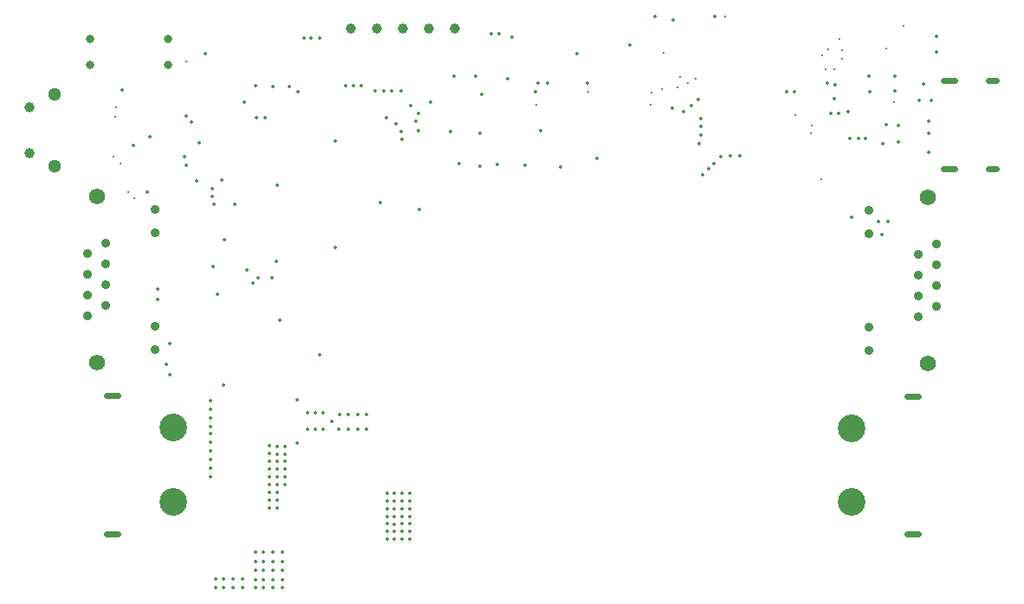
<source format=gbr>
%TF.GenerationSoftware,KiCad,Pcbnew,8.0.7-8.0.7-0~ubuntu22.04.1*%
%TF.CreationDate,2024-12-29T23:45:11+00:00*%
%TF.ProjectId,mini_module_template,6d696e69-5f6d-46f6-9475-6c655f74656d,rev?*%
%TF.SameCoordinates,Original*%
%TF.FileFunction,Plated,1,4,PTH,Mixed*%
%TF.FilePolarity,Positive*%
%FSLAX46Y46*%
G04 Gerber Fmt 4.6, Leading zero omitted, Abs format (unit mm)*
G04 Created by KiCad (PCBNEW 8.0.7-8.0.7-0~ubuntu22.04.1) date 2024-12-29 23:45:11*
%MOMM*%
%LPD*%
G01*
G04 APERTURE LIST*
%TA.AperFunction,ViaDrill*%
%ADD10C,0.300000*%
%TD*%
%TA.AperFunction,ViaDrill*%
%ADD11C,0.350000*%
%TD*%
G04 aperture for slot hole*
%TA.AperFunction,ComponentDrill*%
%ADD12C,0.600000*%
%TD*%
%TA.AperFunction,ComponentDrill*%
%ADD13C,0.800000*%
%TD*%
%TA.AperFunction,ComponentDrill*%
%ADD14C,0.890000*%
%TD*%
%TA.AperFunction,ComponentDrill*%
%ADD15C,0.990000*%
%TD*%
%TA.AperFunction,ComponentDrill*%
%ADD16C,1.000000*%
%TD*%
%TA.AperFunction,ComponentDrill*%
%ADD17C,1.300000*%
%TD*%
%TA.AperFunction,ComponentDrill*%
%ADD18C,1.570000*%
%TD*%
%TA.AperFunction,ComponentDrill*%
%ADD19C,2.700000*%
%TD*%
G04 APERTURE END LIST*
D10*
X91010000Y-74550000D03*
X91217377Y-70589602D03*
X91257628Y-69712839D03*
X91720000Y-75200000D03*
X92430006Y-77958965D03*
X93066404Y-78595363D03*
X98100000Y-65200000D03*
X132300000Y-69410000D03*
X137400000Y-68200000D03*
X143507705Y-69425872D03*
X143614400Y-68268400D03*
X144579600Y-67912800D03*
X144770000Y-64375000D03*
X146100000Y-67700000D03*
X146370000Y-66720000D03*
X147193541Y-67303432D03*
X147900000Y-66928038D03*
X150800000Y-60800000D03*
X157689998Y-70439998D03*
X159192074Y-72225542D03*
X159243114Y-71427170D03*
X160200000Y-76700000D03*
X160269479Y-64620521D03*
X160655228Y-65964132D03*
X160870521Y-64019479D03*
X161454013Y-65920000D03*
X162000000Y-63000000D03*
X162258333Y-64065000D03*
X162258333Y-64915000D03*
X166550000Y-63900000D03*
X167300000Y-69200000D03*
X168250000Y-61700000D03*
D11*
X91870000Y-68030000D03*
X93000190Y-73404543D03*
X94350000Y-77950000D03*
X94610000Y-72550000D03*
X95345000Y-87480000D03*
X95345000Y-88445000D03*
X96200000Y-94800000D03*
X96500000Y-92840000D03*
X96500000Y-95820000D03*
X98000000Y-74505000D03*
X98140000Y-75390000D03*
X98150000Y-70540000D03*
X98640000Y-71110000D03*
X99130000Y-76850000D03*
X99400000Y-73130000D03*
X99970000Y-64420000D03*
X100520000Y-100120000D03*
X100530000Y-98380000D03*
X100530000Y-99240000D03*
X100530000Y-100910000D03*
X100530000Y-101640000D03*
X100530000Y-102460000D03*
X100530000Y-103310000D03*
X100530000Y-104180000D03*
X100530000Y-104970000D03*
X100530000Y-105810000D03*
X100700000Y-77649997D03*
X100700000Y-78400000D03*
X100800000Y-85300000D03*
X100841441Y-79178023D03*
X101000000Y-115800000D03*
X101000000Y-116700000D03*
X101200000Y-88000000D03*
X101620000Y-76780000D03*
X101800000Y-115800000D03*
X101800000Y-116700000D03*
X101809998Y-96900001D03*
X101854949Y-82657716D03*
X102700000Y-115800000D03*
X102700000Y-116700000D03*
X102900000Y-79170000D03*
X103600000Y-115800000D03*
X103600000Y-116700000D03*
X103800000Y-69200000D03*
X104100000Y-85600000D03*
X104615077Y-86905026D03*
X104880000Y-67569999D03*
X104900000Y-113200000D03*
X104900000Y-114100000D03*
X104900000Y-115000000D03*
X104900000Y-115900000D03*
X104900000Y-116700000D03*
X105000000Y-70722499D03*
X105180763Y-86339340D03*
X105700000Y-113200000D03*
X105700000Y-114100000D03*
X105700000Y-115000000D03*
X105700000Y-115900000D03*
X105700000Y-116700000D03*
X105800000Y-70700000D03*
X106249999Y-108850002D03*
X106259999Y-102821367D03*
X106259999Y-104350001D03*
X106259999Y-105100001D03*
X106259999Y-105852962D03*
X106259999Y-106601186D03*
X106259999Y-108100002D03*
X106260000Y-103573891D03*
X106260000Y-107350001D03*
X106500000Y-86400000D03*
X106590000Y-67609999D03*
X106600000Y-113200000D03*
X106600000Y-114100000D03*
X106600000Y-115000000D03*
X106600000Y-115900000D03*
X106600000Y-116700000D03*
X106924321Y-84796000D03*
X107009999Y-102850001D03*
X107009999Y-103600001D03*
X107009999Y-104350001D03*
X107009999Y-105100001D03*
X107009999Y-105850001D03*
X107010000Y-77320000D03*
X107010000Y-106600001D03*
X107010000Y-107350001D03*
X107010000Y-108100001D03*
X107049999Y-108850001D03*
X107300000Y-90500000D03*
X107500000Y-113200000D03*
X107500000Y-114100000D03*
X107500000Y-115000000D03*
X107500000Y-115900000D03*
X107500000Y-116700000D03*
X107759999Y-102850001D03*
X107759999Y-103600001D03*
X107759999Y-104350001D03*
X107759999Y-105100001D03*
X107759999Y-105850001D03*
X107759999Y-106600001D03*
X108200000Y-67624997D03*
X108999999Y-98305001D03*
X109000000Y-102560001D03*
X109085000Y-68185000D03*
X109670000Y-62894997D03*
X110009999Y-99600000D03*
X110009999Y-101200001D03*
X110360000Y-62894997D03*
X110709999Y-99600001D03*
X110709999Y-101200001D03*
X111200000Y-62894997D03*
X111209999Y-93900001D03*
X111509999Y-99600001D03*
X111509999Y-101200001D03*
X112344999Y-100438001D03*
X112670000Y-83440000D03*
X112690000Y-73000000D03*
X113009999Y-101200001D03*
X113084558Y-99700002D03*
X113700000Y-67600000D03*
X114009999Y-99700001D03*
X114009999Y-101200001D03*
X114500000Y-67600000D03*
X114909999Y-99700001D03*
X114909999Y-101200001D03*
X115200000Y-67600000D03*
X115709999Y-101200001D03*
X115710000Y-99700001D03*
X116600000Y-68110000D03*
X117110000Y-78960000D03*
X117400000Y-68110000D03*
X117701472Y-70701472D03*
X117750000Y-107450000D03*
X117750000Y-108200000D03*
X117750000Y-108950000D03*
X117750000Y-109700000D03*
X117750000Y-110450000D03*
X117750000Y-111154002D03*
X117750000Y-111950000D03*
X118200000Y-68110000D03*
X118450000Y-107460001D03*
X118450000Y-108210001D03*
X118450000Y-108960001D03*
X118450000Y-109710000D03*
X118450000Y-110460000D03*
X118450000Y-111164003D03*
X118450000Y-111960000D03*
X118600000Y-71326472D03*
X119093636Y-72055578D03*
X119100000Y-68110000D03*
X119200000Y-72798000D03*
X119200001Y-111200000D03*
X119250000Y-110450000D03*
X119250000Y-111950000D03*
X119250001Y-107450000D03*
X119250001Y-108200000D03*
X119250001Y-108950000D03*
X119250001Y-109700000D03*
X120000000Y-107450000D03*
X120000000Y-108200000D03*
X120000000Y-108950000D03*
X120000000Y-109700000D03*
X120000000Y-110450000D03*
X120000000Y-111200000D03*
X120000000Y-111950000D03*
X120100000Y-69500000D03*
X120593958Y-71021146D03*
X120800000Y-70300000D03*
X120800000Y-72000000D03*
X120900000Y-79660000D03*
X121998000Y-69200000D03*
X123947000Y-72093000D03*
X124300000Y-66598000D03*
X124804652Y-75195348D03*
X126400000Y-66598000D03*
X126798001Y-72253356D03*
X126800000Y-75400000D03*
X127000000Y-68400000D03*
X127980000Y-62520000D03*
X128500000Y-75300000D03*
X128740000Y-62520000D03*
X129560000Y-66900000D03*
X129970000Y-62860000D03*
X131200000Y-75320000D03*
X132230000Y-68180000D03*
X132520000Y-67280000D03*
X132800000Y-71975000D03*
X133440000Y-67280000D03*
X134750000Y-75500000D03*
X136300000Y-64400000D03*
X137370000Y-67310000D03*
X138262500Y-74687500D03*
X141480000Y-63625000D03*
X143900000Y-60775000D03*
X145600000Y-69800000D03*
X145740000Y-61170000D03*
X146700000Y-70100000D03*
X147526711Y-69550000D03*
X148200000Y-68925000D03*
X148300000Y-73200000D03*
X148400000Y-70825000D03*
X148400000Y-71575000D03*
X148400000Y-72425000D03*
X148575000Y-76285000D03*
X149160000Y-75710000D03*
X149690000Y-75170000D03*
X149770000Y-60825000D03*
X150370000Y-74520000D03*
X151270000Y-74400000D03*
X152260000Y-74400000D03*
X156770000Y-68119999D03*
X157570000Y-68119999D03*
X160776587Y-67326587D03*
X161149997Y-70300000D03*
X161470000Y-68806826D03*
X161511768Y-67474942D03*
X161900000Y-70300000D03*
X162800000Y-70100000D03*
X162950000Y-72700000D03*
X163200000Y-80400000D03*
X163800000Y-72700000D03*
X164550000Y-72700000D03*
X164820000Y-66610000D03*
X164920000Y-68180000D03*
X165800000Y-80850000D03*
X166100000Y-82110000D03*
X166200000Y-73200000D03*
X166517500Y-71400000D03*
X166700000Y-80850000D03*
X167420000Y-66640000D03*
X167430000Y-68070000D03*
X167700000Y-73100000D03*
X167755000Y-71470000D03*
X169735000Y-68998000D03*
X170200000Y-67400000D03*
X170700000Y-74100000D03*
X170735000Y-71048000D03*
X170735000Y-72252000D03*
X170955000Y-69048000D03*
X171430000Y-62770000D03*
X171430000Y-64290000D03*
D12*
%TO.C,J6*%
X91450000Y-97900000D02*
X90350000Y-97900000D01*
X91450000Y-111400000D02*
X90350000Y-111400000D01*
%TO.C,J2*%
X168600000Y-97950000D02*
X169700000Y-97950000D01*
X168600000Y-111450000D02*
X169700000Y-111450000D01*
%TO.C,J4*%
X173260000Y-67080000D02*
X172160000Y-67080000D01*
X173260000Y-75720000D02*
X172160000Y-75720000D01*
X177310000Y-67080000D02*
X176510000Y-67080000D01*
X177310000Y-75720000D02*
X176510000Y-75720000D01*
D13*
%TO.C,SW5*%
X88770000Y-63010000D03*
X88770000Y-65550000D03*
X96390000Y-63010000D03*
X96390000Y-65550000D03*
D14*
%TO.C,J8*%
X88519999Y-84020000D03*
X88519999Y-86052000D03*
X88519999Y-88084000D03*
X88519999Y-90116000D03*
X90299999Y-83004001D03*
X90300000Y-85036000D03*
X90300000Y-87068000D03*
X90300000Y-89100000D03*
X95119999Y-79696000D03*
X95119999Y-81986000D03*
X95119999Y-91126000D03*
X95119999Y-93416000D03*
%TO.C,J7*%
X164860000Y-79750000D03*
X164860000Y-82040000D03*
X164860000Y-91180000D03*
X164860000Y-93470000D03*
X169679999Y-84066000D03*
X169679999Y-86098000D03*
X169679999Y-88130000D03*
X169680000Y-90161999D03*
X171460000Y-83050000D03*
X171460000Y-85082000D03*
X171460000Y-87114000D03*
X171460000Y-89146000D03*
D15*
%TO.C,SW2*%
X82810000Y-69650000D03*
X82810000Y-74150000D03*
D16*
%TO.C,J1*%
X114219999Y-62000000D03*
X116759999Y-62000000D03*
X119300000Y-62000000D03*
X121839999Y-62000000D03*
X124379999Y-62000000D03*
D17*
%TO.C,SW2*%
X85300000Y-68390000D03*
X85300000Y-75400000D03*
D18*
%TO.C,J8*%
X89409999Y-78426000D03*
X89409999Y-94686000D03*
%TO.C,J7*%
X170570000Y-78480000D03*
X170570000Y-94740000D03*
D19*
%TO.C,J6*%
X96900000Y-101050000D03*
X96900000Y-108250000D03*
%TO.C,J2*%
X163150000Y-101100000D03*
X163150000Y-108300000D03*
M02*

</source>
